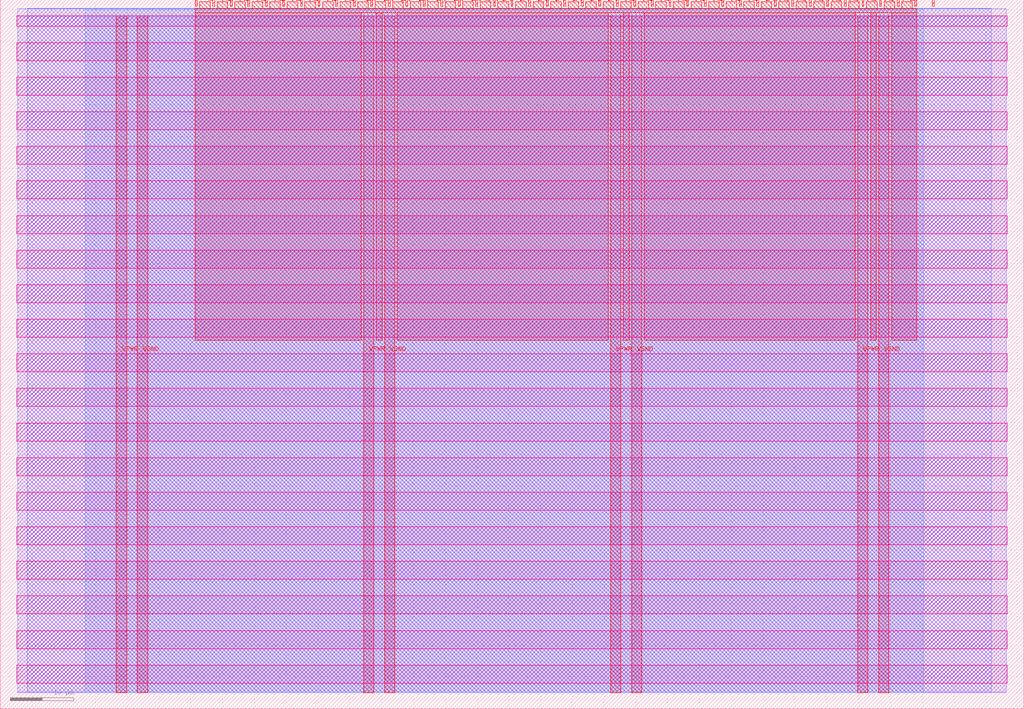
<source format=lef>
VERSION 5.7 ;
  NOWIREEXTENSIONATPIN ON ;
  DIVIDERCHAR "/" ;
  BUSBITCHARS "[]" ;
MACRO tt_um_top
  CLASS BLOCK ;
  FOREIGN tt_um_top ;
  ORIGIN 0.000 0.000 ;
  SIZE 161.000 BY 111.520 ;
  PIN VGND
    DIRECTION INOUT ;
    USE GROUND ;
    PORT
      LAYER met4 ;
        RECT 21.580 2.480 23.180 109.040 ;
    END
    PORT
      LAYER met4 ;
        RECT 60.450 2.480 62.050 109.040 ;
    END
    PORT
      LAYER met4 ;
        RECT 99.320 2.480 100.920 109.040 ;
    END
    PORT
      LAYER met4 ;
        RECT 138.190 2.480 139.790 109.040 ;
    END
  END VGND
  PIN VPWR
    DIRECTION INOUT ;
    USE POWER ;
    PORT
      LAYER met4 ;
        RECT 18.280 2.480 19.880 109.040 ;
    END
    PORT
      LAYER met4 ;
        RECT 57.150 2.480 58.750 109.040 ;
    END
    PORT
      LAYER met4 ;
        RECT 96.020 2.480 97.620 109.040 ;
    END
    PORT
      LAYER met4 ;
        RECT 134.890 2.480 136.490 109.040 ;
    END
  END VPWR
  PIN clk
    DIRECTION INPUT ;
    USE SIGNAL ;
    ANTENNAGATEAREA 0.852000 ;
    PORT
      LAYER met4 ;
        RECT 143.830 110.520 144.130 111.520 ;
    END
  END clk
  PIN ena
    DIRECTION INPUT ;
    USE SIGNAL ;
    PORT
      LAYER met4 ;
        RECT 146.590 110.520 146.890 111.520 ;
    END
  END ena
  PIN rst_n
    DIRECTION INPUT ;
    USE SIGNAL ;
    ANTENNAGATEAREA 0.196500 ;
    PORT
      LAYER met4 ;
        RECT 141.070 110.520 141.370 111.520 ;
    END
  END rst_n
  PIN ui_in[0]
    DIRECTION INPUT ;
    USE SIGNAL ;
    PORT
      LAYER met4 ;
        RECT 138.310 110.520 138.610 111.520 ;
    END
  END ui_in[0]
  PIN ui_in[1]
    DIRECTION INPUT ;
    USE SIGNAL ;
    PORT
      LAYER met4 ;
        RECT 135.550 110.520 135.850 111.520 ;
    END
  END ui_in[1]
  PIN ui_in[2]
    DIRECTION INPUT ;
    USE SIGNAL ;
    PORT
      LAYER met4 ;
        RECT 132.790 110.520 133.090 111.520 ;
    END
  END ui_in[2]
  PIN ui_in[3]
    DIRECTION INPUT ;
    USE SIGNAL ;
    PORT
      LAYER met4 ;
        RECT 130.030 110.520 130.330 111.520 ;
    END
  END ui_in[3]
  PIN ui_in[4]
    DIRECTION INPUT ;
    USE SIGNAL ;
    PORT
      LAYER met4 ;
        RECT 127.270 110.520 127.570 111.520 ;
    END
  END ui_in[4]
  PIN ui_in[5]
    DIRECTION INPUT ;
    USE SIGNAL ;
    PORT
      LAYER met4 ;
        RECT 124.510 110.520 124.810 111.520 ;
    END
  END ui_in[5]
  PIN ui_in[6]
    DIRECTION INPUT ;
    USE SIGNAL ;
    PORT
      LAYER met4 ;
        RECT 121.750 110.520 122.050 111.520 ;
    END
  END ui_in[6]
  PIN ui_in[7]
    DIRECTION INPUT ;
    USE SIGNAL ;
    PORT
      LAYER met4 ;
        RECT 118.990 110.520 119.290 111.520 ;
    END
  END ui_in[7]
  PIN uio_in[0]
    DIRECTION INPUT ;
    USE SIGNAL ;
    PORT
      LAYER met4 ;
        RECT 116.230 110.520 116.530 111.520 ;
    END
  END uio_in[0]
  PIN uio_in[1]
    DIRECTION INPUT ;
    USE SIGNAL ;
    PORT
      LAYER met4 ;
        RECT 113.470 110.520 113.770 111.520 ;
    END
  END uio_in[1]
  PIN uio_in[2]
    DIRECTION INPUT ;
    USE SIGNAL ;
    PORT
      LAYER met4 ;
        RECT 110.710 110.520 111.010 111.520 ;
    END
  END uio_in[2]
  PIN uio_in[3]
    DIRECTION INPUT ;
    USE SIGNAL ;
    PORT
      LAYER met4 ;
        RECT 107.950 110.520 108.250 111.520 ;
    END
  END uio_in[3]
  PIN uio_in[4]
    DIRECTION INPUT ;
    USE SIGNAL ;
    PORT
      LAYER met4 ;
        RECT 105.190 110.520 105.490 111.520 ;
    END
  END uio_in[4]
  PIN uio_in[5]
    DIRECTION INPUT ;
    USE SIGNAL ;
    PORT
      LAYER met4 ;
        RECT 102.430 110.520 102.730 111.520 ;
    END
  END uio_in[5]
  PIN uio_in[6]
    DIRECTION INPUT ;
    USE SIGNAL ;
    PORT
      LAYER met4 ;
        RECT 99.670 110.520 99.970 111.520 ;
    END
  END uio_in[6]
  PIN uio_in[7]
    DIRECTION INPUT ;
    USE SIGNAL ;
    PORT
      LAYER met4 ;
        RECT 96.910 110.520 97.210 111.520 ;
    END
  END uio_in[7]
  PIN uio_oe[0]
    DIRECTION OUTPUT ;
    USE SIGNAL ;
    ANTENNADIFFAREA 0.445500 ;
    PORT
      LAYER met4 ;
        RECT 49.990 110.520 50.290 111.520 ;
    END
  END uio_oe[0]
  PIN uio_oe[1]
    DIRECTION OUTPUT ;
    USE SIGNAL ;
    ANTENNADIFFAREA 0.445500 ;
    PORT
      LAYER met4 ;
        RECT 47.230 110.520 47.530 111.520 ;
    END
  END uio_oe[1]
  PIN uio_oe[2]
    DIRECTION OUTPUT ;
    USE SIGNAL ;
    ANTENNADIFFAREA 0.445500 ;
    PORT
      LAYER met4 ;
        RECT 44.470 110.520 44.770 111.520 ;
    END
  END uio_oe[2]
  PIN uio_oe[3]
    DIRECTION OUTPUT ;
    USE SIGNAL ;
    ANTENNADIFFAREA 0.445500 ;
    PORT
      LAYER met4 ;
        RECT 41.710 110.520 42.010 111.520 ;
    END
  END uio_oe[3]
  PIN uio_oe[4]
    DIRECTION OUTPUT ;
    USE SIGNAL ;
    ANTENNADIFFAREA 0.445500 ;
    PORT
      LAYER met4 ;
        RECT 38.950 110.520 39.250 111.520 ;
    END
  END uio_oe[4]
  PIN uio_oe[5]
    DIRECTION OUTPUT ;
    USE SIGNAL ;
    ANTENNADIFFAREA 0.445500 ;
    PORT
      LAYER met4 ;
        RECT 36.190 110.520 36.490 111.520 ;
    END
  END uio_oe[5]
  PIN uio_oe[6]
    DIRECTION OUTPUT ;
    USE SIGNAL ;
    ANTENNADIFFAREA 0.445500 ;
    PORT
      LAYER met4 ;
        RECT 33.430 110.520 33.730 111.520 ;
    END
  END uio_oe[6]
  PIN uio_oe[7]
    DIRECTION OUTPUT ;
    USE SIGNAL ;
    ANTENNADIFFAREA 0.445500 ;
    PORT
      LAYER met4 ;
        RECT 30.670 110.520 30.970 111.520 ;
    END
  END uio_oe[7]
  PIN uio_out[0]
    DIRECTION OUTPUT ;
    USE SIGNAL ;
    ANTENNADIFFAREA 0.445500 ;
    PORT
      LAYER met4 ;
        RECT 72.070 110.520 72.370 111.520 ;
    END
  END uio_out[0]
  PIN uio_out[1]
    DIRECTION OUTPUT ;
    USE SIGNAL ;
    ANTENNADIFFAREA 0.445500 ;
    PORT
      LAYER met4 ;
        RECT 69.310 110.520 69.610 111.520 ;
    END
  END uio_out[1]
  PIN uio_out[2]
    DIRECTION OUTPUT ;
    USE SIGNAL ;
    ANTENNADIFFAREA 0.445500 ;
    PORT
      LAYER met4 ;
        RECT 66.550 110.520 66.850 111.520 ;
    END
  END uio_out[2]
  PIN uio_out[3]
    DIRECTION OUTPUT ;
    USE SIGNAL ;
    ANTENNADIFFAREA 0.445500 ;
    PORT
      LAYER met4 ;
        RECT 63.790 110.520 64.090 111.520 ;
    END
  END uio_out[3]
  PIN uio_out[4]
    DIRECTION OUTPUT ;
    USE SIGNAL ;
    ANTENNADIFFAREA 0.445500 ;
    PORT
      LAYER met4 ;
        RECT 61.030 110.520 61.330 111.520 ;
    END
  END uio_out[4]
  PIN uio_out[5]
    DIRECTION OUTPUT ;
    USE SIGNAL ;
    ANTENNADIFFAREA 0.445500 ;
    PORT
      LAYER met4 ;
        RECT 58.270 110.520 58.570 111.520 ;
    END
  END uio_out[5]
  PIN uio_out[6]
    DIRECTION OUTPUT ;
    USE SIGNAL ;
    ANTENNADIFFAREA 0.445500 ;
    PORT
      LAYER met4 ;
        RECT 55.510 110.520 55.810 111.520 ;
    END
  END uio_out[6]
  PIN uio_out[7]
    DIRECTION OUTPUT ;
    USE SIGNAL ;
    ANTENNADIFFAREA 0.795200 ;
    PORT
      LAYER met4 ;
        RECT 52.750 110.520 53.050 111.520 ;
    END
  END uio_out[7]
  PIN uo_out[0]
    DIRECTION OUTPUT ;
    USE SIGNAL ;
    ANTENNADIFFAREA 0.453750 ;
    PORT
      LAYER met4 ;
        RECT 94.150 110.520 94.450 111.520 ;
    END
  END uo_out[0]
  PIN uo_out[1]
    DIRECTION OUTPUT ;
    USE SIGNAL ;
    ANTENNADIFFAREA 1.288000 ;
    PORT
      LAYER met4 ;
        RECT 91.390 110.520 91.690 111.520 ;
    END
  END uo_out[1]
  PIN uo_out[2]
    DIRECTION OUTPUT ;
    USE SIGNAL ;
    ANTENNADIFFAREA 0.453750 ;
    PORT
      LAYER met4 ;
        RECT 88.630 110.520 88.930 111.520 ;
    END
  END uo_out[2]
  PIN uo_out[3]
    DIRECTION OUTPUT ;
    USE SIGNAL ;
    ANTENNADIFFAREA 0.445500 ;
    PORT
      LAYER met4 ;
        RECT 85.870 110.520 86.170 111.520 ;
    END
  END uo_out[3]
  PIN uo_out[4]
    DIRECTION OUTPUT ;
    USE SIGNAL ;
    ANTENNADIFFAREA 1.593000 ;
    PORT
      LAYER met4 ;
        RECT 83.110 110.520 83.410 111.520 ;
    END
  END uo_out[4]
  PIN uo_out[5]
    DIRECTION OUTPUT ;
    USE SIGNAL ;
    ANTENNADIFFAREA 0.934000 ;
    PORT
      LAYER met4 ;
        RECT 80.350 110.520 80.650 111.520 ;
    END
  END uo_out[5]
  PIN uo_out[6]
    DIRECTION OUTPUT ;
    USE SIGNAL ;
    ANTENNADIFFAREA 1.593000 ;
    PORT
      LAYER met4 ;
        RECT 77.590 110.520 77.890 111.520 ;
    END
  END uo_out[6]
  PIN uo_out[7]
    DIRECTION OUTPUT ;
    USE SIGNAL ;
    ANTENNADIFFAREA 0.795200 ;
    PORT
      LAYER met4 ;
        RECT 74.830 110.520 75.130 111.520 ;
    END
  END uo_out[7]
  OBS
      LAYER nwell ;
        RECT 2.570 107.385 158.430 108.990 ;
        RECT 2.570 101.945 158.430 104.775 ;
        RECT 2.570 96.505 158.430 99.335 ;
        RECT 2.570 91.065 158.430 93.895 ;
        RECT 2.570 85.625 158.430 88.455 ;
        RECT 2.570 80.185 158.430 83.015 ;
        RECT 2.570 74.745 158.430 77.575 ;
        RECT 2.570 69.305 158.430 72.135 ;
        RECT 2.570 63.865 158.430 66.695 ;
        RECT 2.570 58.425 158.430 61.255 ;
        RECT 2.570 52.985 158.430 55.815 ;
        RECT 2.570 47.545 158.430 50.375 ;
        RECT 2.570 42.105 158.430 44.935 ;
        RECT 2.570 36.665 158.430 39.495 ;
        RECT 2.570 31.225 158.430 34.055 ;
        RECT 2.570 25.785 158.430 28.615 ;
        RECT 2.570 20.345 158.430 23.175 ;
        RECT 2.570 14.905 158.430 17.735 ;
        RECT 2.570 9.465 158.430 12.295 ;
        RECT 2.570 4.025 158.430 6.855 ;
      LAYER li1 ;
        RECT 2.760 2.635 158.240 108.885 ;
      LAYER met1 ;
        RECT 2.760 2.480 158.240 110.120 ;
      LAYER met2 ;
        RECT 4.240 2.535 155.840 110.150 ;
      LAYER met3 ;
        RECT 13.405 2.555 145.295 109.985 ;
      LAYER met4 ;
        RECT 31.370 110.120 33.030 111.170 ;
        RECT 34.130 110.120 35.790 111.170 ;
        RECT 36.890 110.120 38.550 111.170 ;
        RECT 39.650 110.120 41.310 111.170 ;
        RECT 42.410 110.120 44.070 111.170 ;
        RECT 45.170 110.120 46.830 111.170 ;
        RECT 47.930 110.120 49.590 111.170 ;
        RECT 50.690 110.120 52.350 111.170 ;
        RECT 53.450 110.120 55.110 111.170 ;
        RECT 56.210 110.120 57.870 111.170 ;
        RECT 58.970 110.120 60.630 111.170 ;
        RECT 61.730 110.120 63.390 111.170 ;
        RECT 64.490 110.120 66.150 111.170 ;
        RECT 67.250 110.120 68.910 111.170 ;
        RECT 70.010 110.120 71.670 111.170 ;
        RECT 72.770 110.120 74.430 111.170 ;
        RECT 75.530 110.120 77.190 111.170 ;
        RECT 78.290 110.120 79.950 111.170 ;
        RECT 81.050 110.120 82.710 111.170 ;
        RECT 83.810 110.120 85.470 111.170 ;
        RECT 86.570 110.120 88.230 111.170 ;
        RECT 89.330 110.120 90.990 111.170 ;
        RECT 92.090 110.120 93.750 111.170 ;
        RECT 94.850 110.120 96.510 111.170 ;
        RECT 97.610 110.120 99.270 111.170 ;
        RECT 100.370 110.120 102.030 111.170 ;
        RECT 103.130 110.120 104.790 111.170 ;
        RECT 105.890 110.120 107.550 111.170 ;
        RECT 108.650 110.120 110.310 111.170 ;
        RECT 111.410 110.120 113.070 111.170 ;
        RECT 114.170 110.120 115.830 111.170 ;
        RECT 116.930 110.120 118.590 111.170 ;
        RECT 119.690 110.120 121.350 111.170 ;
        RECT 122.450 110.120 124.110 111.170 ;
        RECT 125.210 110.120 126.870 111.170 ;
        RECT 127.970 110.120 129.630 111.170 ;
        RECT 130.730 110.120 132.390 111.170 ;
        RECT 133.490 110.120 135.150 111.170 ;
        RECT 136.250 110.120 137.910 111.170 ;
        RECT 139.010 110.120 140.670 111.170 ;
        RECT 141.770 110.120 143.430 111.170 ;
        RECT 30.655 109.440 144.145 110.120 ;
        RECT 30.655 57.975 56.750 109.440 ;
        RECT 59.150 57.975 60.050 109.440 ;
        RECT 62.450 57.975 95.620 109.440 ;
        RECT 98.020 57.975 98.920 109.440 ;
        RECT 101.320 57.975 134.490 109.440 ;
        RECT 136.890 57.975 137.790 109.440 ;
        RECT 140.190 57.975 144.145 109.440 ;
  END
END tt_um_top
END LIBRARY


</source>
